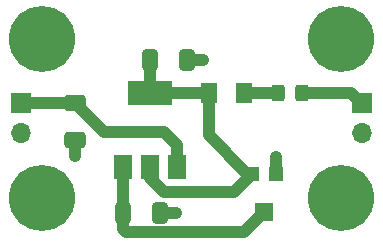
<source format=gbr>
%TF.GenerationSoftware,KiCad,Pcbnew,7.0.5*%
%TF.CreationDate,2023-08-22T20:16:44+01:00*%
%TF.ProjectId,AMS1117-Adjustable-Breakout,414d5331-3131-4372-9d41-646a75737461,V1*%
%TF.SameCoordinates,Original*%
%TF.FileFunction,Copper,L1,Top*%
%TF.FilePolarity,Positive*%
%FSLAX46Y46*%
G04 Gerber Fmt 4.6, Leading zero omitted, Abs format (unit mm)*
G04 Created by KiCad (PCBNEW 7.0.5) date 2023-08-22 20:16:44*
%MOMM*%
%LPD*%
G01*
G04 APERTURE LIST*
G04 Aperture macros list*
%AMRoundRect*
0 Rectangle with rounded corners*
0 $1 Rounding radius*
0 $2 $3 $4 $5 $6 $7 $8 $9 X,Y pos of 4 corners*
0 Add a 4 corners polygon primitive as box body*
4,1,4,$2,$3,$4,$5,$6,$7,$8,$9,$2,$3,0*
0 Add four circle primitives for the rounded corners*
1,1,$1+$1,$2,$3*
1,1,$1+$1,$4,$5*
1,1,$1+$1,$6,$7*
1,1,$1+$1,$8,$9*
0 Add four rect primitives between the rounded corners*
20,1,$1+$1,$2,$3,$4,$5,0*
20,1,$1+$1,$4,$5,$6,$7,0*
20,1,$1+$1,$6,$7,$8,$9,0*
20,1,$1+$1,$8,$9,$2,$3,0*%
G04 Aperture macros list end*
%TA.AperFunction,SMDPad,CuDef*%
%ADD10RoundRect,0.250000X-0.412500X-0.650000X0.412500X-0.650000X0.412500X0.650000X-0.412500X0.650000X0*%
%TD*%
%TA.AperFunction,SMDPad,CuDef*%
%ADD11R,1.200000X1.200000*%
%TD*%
%TA.AperFunction,SMDPad,CuDef*%
%ADD12R,1.600000X1.500000*%
%TD*%
%TA.AperFunction,ComponentPad*%
%ADD13C,5.600000*%
%TD*%
%TA.AperFunction,SMDPad,CuDef*%
%ADD14RoundRect,0.250000X-0.650000X0.412500X-0.650000X-0.412500X0.650000X-0.412500X0.650000X0.412500X0*%
%TD*%
%TA.AperFunction,SMDPad,CuDef*%
%ADD15RoundRect,0.250001X-0.462499X-0.624999X0.462499X-0.624999X0.462499X0.624999X-0.462499X0.624999X0*%
%TD*%
%TA.AperFunction,SMDPad,CuDef*%
%ADD16R,1.500000X2.000000*%
%TD*%
%TA.AperFunction,SMDPad,CuDef*%
%ADD17R,3.800000X2.000000*%
%TD*%
%TA.AperFunction,ComponentPad*%
%ADD18R,1.700000X1.700000*%
%TD*%
%TA.AperFunction,ComponentPad*%
%ADD19O,1.700000X1.700000*%
%TD*%
%TA.AperFunction,SMDPad,CuDef*%
%ADD20RoundRect,0.250000X0.325000X0.450000X-0.325000X0.450000X-0.325000X-0.450000X0.325000X-0.450000X0*%
%TD*%
%TA.AperFunction,ViaPad*%
%ADD21C,0.800000*%
%TD*%
%TA.AperFunction,Conductor*%
%ADD22C,1.000000*%
%TD*%
G04 APERTURE END LIST*
D10*
%TO.P,C2,1*%
%TO.N,Net-(U1-VO)*%
X87591500Y-49784000D03*
%TO.P,C2,2*%
%TO.N,GND*%
X90716500Y-49784000D03*
%TD*%
D11*
%TO.P,RV1,1,1*%
%TO.N,GND*%
X98282000Y-59414000D03*
D12*
%TO.P,RV1,2,2*%
%TO.N,Net-(U1-ADJ)*%
X97282000Y-62664000D03*
D11*
%TO.P,RV1,3,3*%
%TO.N,Net-(U1-VO)*%
X96282000Y-59414000D03*
%TD*%
D13*
%TO.P,H2,1*%
%TO.N,N/C*%
X78486000Y-61468000D03*
%TD*%
D14*
%TO.P,C1,1*%
%TO.N,Net-(J1-Pin_1)*%
X81280000Y-53428500D03*
%TO.P,C1,2*%
%TO.N,GND*%
X81280000Y-56553500D03*
%TD*%
D13*
%TO.P,H4,1*%
%TO.N,N/C*%
X103759000Y-61468000D03*
%TD*%
D15*
%TO.P,F1,1*%
%TO.N,Net-(U1-VO)*%
X92619500Y-52578000D03*
%TO.P,F1,2*%
%TO.N,Net-(D1-A)*%
X95594500Y-52578000D03*
%TD*%
D16*
%TO.P,U1,1,ADJ*%
%TO.N,Net-(U1-ADJ)*%
X85330000Y-58903000D03*
%TO.P,U1,2,VO*%
%TO.N,Net-(U1-VO)*%
X87630000Y-58903000D03*
D17*
X87630000Y-52603000D03*
D16*
%TO.P,U1,3,VI*%
%TO.N,Net-(J1-Pin_1)*%
X89930000Y-58903000D03*
%TD*%
D13*
%TO.P,H1,1*%
%TO.N,N/C*%
X78486000Y-48006000D03*
%TD*%
D18*
%TO.P,J2,1,Pin_1*%
%TO.N,Net-(D1-K)*%
X105537000Y-53462000D03*
D19*
%TO.P,J2,2,Pin_2*%
%TO.N,GND*%
X105537000Y-56002000D03*
%TD*%
D20*
%TO.P,D1,1,K*%
%TO.N,Net-(D1-K)*%
X100466000Y-52578000D03*
%TO.P,D1,2,A*%
%TO.N,Net-(D1-A)*%
X98416000Y-52578000D03*
%TD*%
D10*
%TO.P,CADJ1,1*%
%TO.N,Net-(U1-ADJ)*%
X85305500Y-62738000D03*
%TO.P,CADJ1,2*%
%TO.N,GND*%
X88430500Y-62738000D03*
%TD*%
D18*
%TO.P,J1,1,Pin_1*%
%TO.N,Net-(J1-Pin_1)*%
X76708000Y-53462000D03*
D19*
%TO.P,J1,2,Pin_2*%
%TO.N,GND*%
X76708000Y-56002000D03*
%TD*%
D13*
%TO.P,H3,1*%
%TO.N,N/C*%
X103759000Y-48006000D03*
%TD*%
D21*
%TO.N,GND*%
X89789000Y-62738000D03*
X92075000Y-49784000D03*
X98298000Y-58039000D03*
X81280000Y-57912000D03*
%TD*%
D22*
%TO.N,Net-(J1-Pin_1)*%
X83731500Y-55880000D02*
X88773000Y-55880000D01*
X76708000Y-53462000D02*
X81246500Y-53462000D01*
X81280000Y-53428500D02*
X83731500Y-55880000D01*
X89930000Y-57037000D02*
X89930000Y-58903000D01*
X81246500Y-53462000D02*
X81280000Y-53428500D01*
X88773000Y-55880000D02*
X89930000Y-57037000D01*
%TO.N,GND*%
X98282000Y-59414000D02*
X98282000Y-58055000D01*
X88430500Y-62738000D02*
X89789000Y-62738000D01*
X90716500Y-49784000D02*
X92075000Y-49784000D01*
X98282000Y-58055000D02*
X98298000Y-58039000D01*
X81280000Y-56553500D02*
X81280000Y-57912000D01*
%TO.N,Net-(U1-VO)*%
X87591500Y-52564500D02*
X87630000Y-52603000D01*
X92619500Y-52578000D02*
X87655000Y-52578000D01*
X95863000Y-59414000D02*
X92619500Y-56170500D01*
X94736000Y-60960000D02*
X96282000Y-59414000D01*
X87591500Y-49784000D02*
X87591500Y-52564500D01*
X96282000Y-59414000D02*
X95863000Y-59414000D01*
X87655000Y-52578000D02*
X87630000Y-52603000D01*
X87630000Y-59753000D02*
X88837000Y-60960000D01*
X92619500Y-56170500D02*
X92619500Y-52578000D01*
X87630000Y-58903000D02*
X87630000Y-59753000D01*
X88837000Y-60960000D02*
X94736000Y-60960000D01*
%TO.N,Net-(U1-ADJ)*%
X95557000Y-64389000D02*
X85598000Y-64389000D01*
X85305500Y-64096500D02*
X85305500Y-62738000D01*
X85305500Y-58927500D02*
X85330000Y-58903000D01*
X85598000Y-64389000D02*
X85305500Y-64096500D01*
X85305500Y-62738000D02*
X85305500Y-58927500D01*
X97282000Y-62664000D02*
X95557000Y-64389000D01*
%TO.N,Net-(D1-K)*%
X104653000Y-52578000D02*
X105537000Y-53462000D01*
X100466000Y-52578000D02*
X104653000Y-52578000D01*
%TO.N,Net-(D1-A)*%
X95594500Y-52578000D02*
X98416000Y-52578000D01*
%TD*%
M02*

</source>
